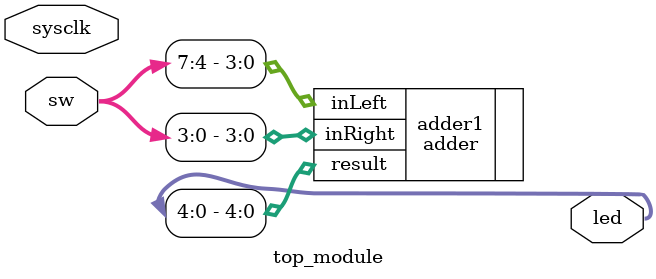
<source format=v>
`timescale 1ns / 1ps

module top_module(
    input sysclk,
    input [7:0] sw,
    output [7:0] led
    );
    //adder adder0(sw[3:0], sw[7:4], led[5:0]);
    adder adder1(
    .inLeft(sw[7:4]),
    .inRight(sw[3:0]),
    .result(led[4:0])
    );
    //assign led = sw;
endmodule

</source>
